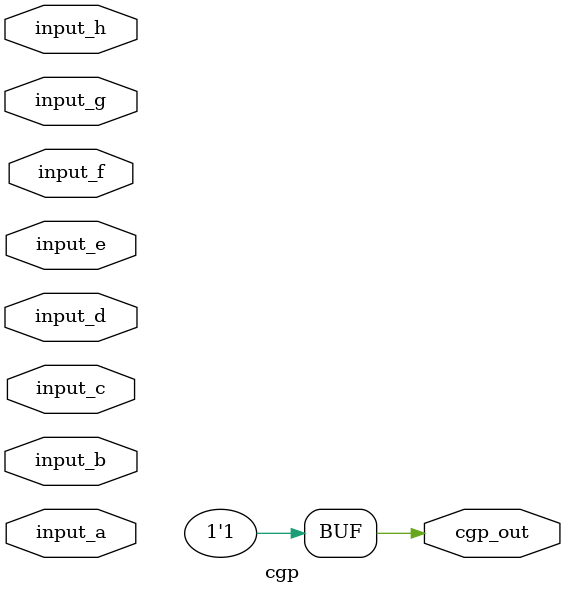
<source format=v>
module cgp(input [1:0] input_a, input [1:0] input_b, input [1:0] input_c, input [1:0] input_d, input [1:0] input_e, input [1:0] input_f, input [1:0] input_g, input [1:0] input_h, output [0:0] cgp_out);
  wire cgp_core_019;
  wire cgp_core_020;
  wire cgp_core_021;
  wire cgp_core_022;
  wire cgp_core_024;
  wire cgp_core_025_not;
  wire cgp_core_026;
  wire cgp_core_027;
  wire cgp_core_028;
  wire cgp_core_029;
  wire cgp_core_030;
  wire cgp_core_032_not;
  wire cgp_core_033;
  wire cgp_core_034;
  wire cgp_core_035;
  wire cgp_core_036;
  wire cgp_core_037;
  wire cgp_core_038;
  wire cgp_core_039;
  wire cgp_core_040;
  wire cgp_core_041;
  wire cgp_core_042;
  wire cgp_core_043;
  wire cgp_core_044;
  wire cgp_core_045;
  wire cgp_core_046;
  wire cgp_core_047;
  wire cgp_core_048;
  wire cgp_core_049;
  wire cgp_core_050;
  wire cgp_core_051;
  wire cgp_core_052;
  wire cgp_core_053;
  wire cgp_core_054;
  wire cgp_core_055;
  wire cgp_core_056;
  wire cgp_core_057;
  wire cgp_core_058;
  wire cgp_core_059;
  wire cgp_core_060;
  wire cgp_core_061;
  wire cgp_core_062;
  wire cgp_core_063;
  wire cgp_core_064;
  wire cgp_core_068;
  wire cgp_core_069;
  wire cgp_core_070;
  wire cgp_core_071;
  wire cgp_core_072;
  wire cgp_core_073;
  wire cgp_core_076;
  wire cgp_core_078;
  wire cgp_core_079;
  wire cgp_core_080;
  wire cgp_core_083;
  wire cgp_core_084;
  wire cgp_core_085;
  wire cgp_core_090;
  wire cgp_core_092;
  wire cgp_core_094;
  wire cgp_core_096;

  assign cgp_core_019 = input_b[0] & input_c[0];
  assign cgp_core_020 = input_c[0] ^ input_c[1];
  assign cgp_core_021 = input_b[1] & input_c[1];
  assign cgp_core_022 = ~input_g[1];
  assign cgp_core_024 = cgp_core_021 | cgp_core_020;
  assign cgp_core_025_not = ~input_a[0];
  assign cgp_core_026 = input_a[0] & input_b[0];
  assign cgp_core_027 = input_a[1] ^ input_h[1];
  assign cgp_core_028 = input_a[1] & input_b[0];
  assign cgp_core_029 = input_f[0] ^ cgp_core_026;
  assign cgp_core_030 = ~(cgp_core_027 ^ input_b[1]);
  assign cgp_core_032_not = ~cgp_core_024;
  assign cgp_core_033 = cgp_core_024 & input_a[0];
  assign cgp_core_034 = input_e[0] ^ input_h[0];
  assign cgp_core_035 = input_f[1] & input_h[1];
  assign cgp_core_036 = input_c[1] ^ input_b[1];
  assign cgp_core_037 = input_f[1] & input_h[1];
  assign cgp_core_038 = input_d[1] ^ input_h[0];
  assign cgp_core_039 = input_a[0] & cgp_core_035;
  assign cgp_core_040 = cgp_core_037 | input_e[1];
  assign cgp_core_041 = input_d[0] & cgp_core_034;
  assign cgp_core_042 = input_d[0] & cgp_core_034;
  assign cgp_core_043 = input_d[1] ^ input_h[0];
  assign cgp_core_044 = input_d[1] & cgp_core_038;
  assign cgp_core_045 = cgp_core_043 ^ input_h[1];
  assign cgp_core_046 = input_e[1] & cgp_core_042;
  assign cgp_core_047 = input_c[1] | cgp_core_046;
  assign cgp_core_048 = input_b[1] ^ cgp_core_047;
  assign cgp_core_049 = ~(input_c[0] ^ input_a[0]);
  assign cgp_core_050 = cgp_core_025_not ^ cgp_core_041;
  assign cgp_core_051 = cgp_core_025_not & cgp_core_041;
  assign cgp_core_052 = cgp_core_029 ^ input_f[1];
  assign cgp_core_053 = input_a[0] & cgp_core_045;
  assign cgp_core_054 = input_f[0] | input_d[0];
  assign cgp_core_055 = cgp_core_052 & cgp_core_051;
  assign cgp_core_056 = cgp_core_053 | cgp_core_055;
  assign cgp_core_057 = cgp_core_032_not ^ cgp_core_048;
  assign cgp_core_058 = ~(input_g[0] | cgp_core_048);
  assign cgp_core_059 = cgp_core_057 ^ cgp_core_056;
  assign cgp_core_060 = ~(cgp_core_057 & cgp_core_056);
  assign cgp_core_061 = input_a[0] | input_c[0];
  assign cgp_core_062 = input_e[0] ^ cgp_core_049;
  assign cgp_core_063 = cgp_core_033 & cgp_core_049;
  assign cgp_core_064 = cgp_core_062 ^ cgp_core_061;
  assign cgp_core_068 = input_e[0] & input_d[0];
  assign cgp_core_069 = input_e[1] ^ input_f[1];
  assign cgp_core_070 = input_d[0] & input_f[1];
  assign cgp_core_071 = input_c[1] ^ cgp_core_068;
  assign cgp_core_072 = cgp_core_069 & cgp_core_068;
  assign cgp_core_073 = cgp_core_070 | cgp_core_072;
  assign cgp_core_076 = ~cgp_core_064;
  assign cgp_core_078 = ~cgp_core_073;
  assign cgp_core_079 = cgp_core_059 & input_d[1];
  assign cgp_core_080 = cgp_core_079 & input_c[0];
  assign cgp_core_083 = ~cgp_core_071;
  assign cgp_core_084 = ~(input_h[1] ^ input_h[0]);
  assign cgp_core_085 = cgp_core_084 & input_e[1];
  assign cgp_core_090 = ~input_g[1];
  assign cgp_core_092 = input_b[0] & input_h[0];
  assign cgp_core_094 = input_h[1] | input_d[1];
  assign cgp_core_096 = ~(input_f[0] & input_a[0]);

  assign cgp_out[0] = 1'b1;
endmodule
</source>
